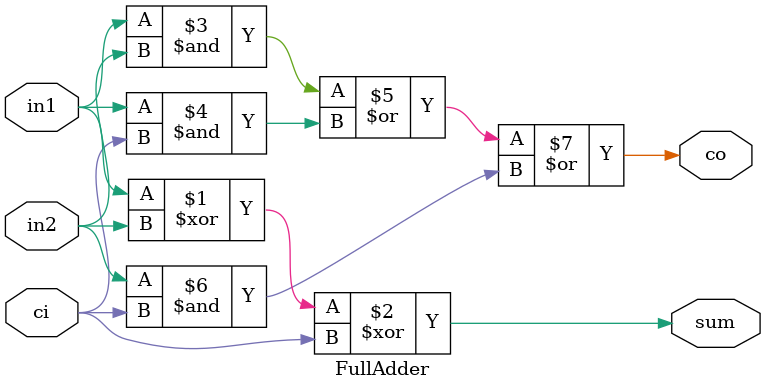
<source format=sv>
/* Full Adder.
 *
 */
module FullAdder (
    input  wire in1,
    input  wire in2,
    input  wire ci,  // carry in
    output wire sum, // sum of 2 bits
    output wire co   // carry out
);

    assign sum = (in1 ^ in2) ^ ci;

    assign co = (in1 & in2) | (in1 & ci) | (in2 & ci);

endmodule: FullAdder

</source>
